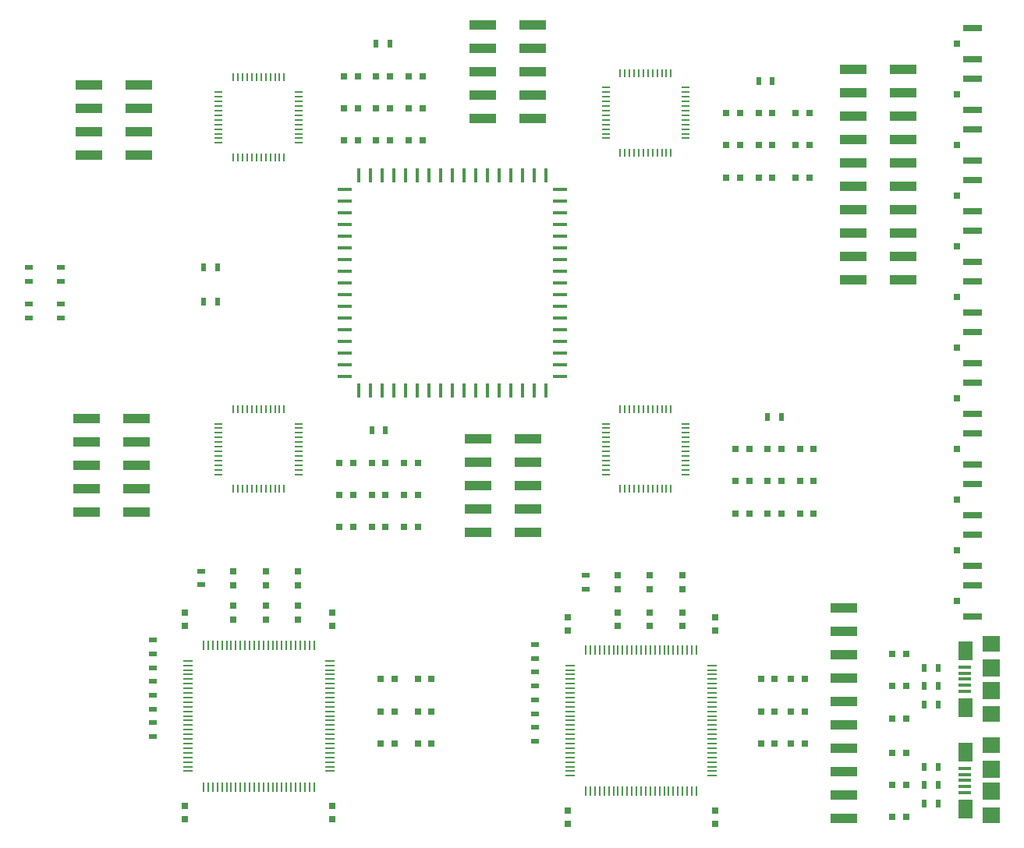
<source format=gbr>
G04 #@! TF.FileFunction,Paste,Top*
%FSLAX46Y46*%
G04 Gerber Fmt 4.6, Leading zero omitted, Abs format (unit mm)*
G04 Created by KiCad (PCBNEW 4.0.5) date Saturday, August 26, 2017 'PMt' 01:35:58 PM*
%MOMM*%
%LPD*%
G01*
G04 APERTURE LIST*
%ADD10C,0.100000*%
%ADD11R,1.510000X0.300000*%
%ADD12R,0.300000X1.510000*%
%ADD13R,0.750000X0.800000*%
%ADD14R,0.800000X0.750000*%
%ADD15R,0.500000X0.900000*%
%ADD16R,0.900000X0.500000*%
%ADD17R,0.884000X0.170000*%
%ADD18R,0.170000X0.884000*%
%ADD19R,0.204000X1.020000*%
%ADD20R,1.020000X0.204000*%
%ADD21R,2.980000X1.070000*%
%ADD22R,1.900000X1.900000*%
%ADD23R,1.900000X1.800000*%
%ADD24R,1.600000X2.100000*%
%ADD25R,1.350000X0.400000*%
%ADD26R,2.100000X0.800000*%
G04 APERTURE END LIST*
D10*
D11*
X188345000Y-89770000D03*
X188345000Y-91040000D03*
X188345000Y-92310000D03*
X188345000Y-93580000D03*
X188345000Y-94850000D03*
X188345000Y-96120000D03*
X188345000Y-97390000D03*
X188345000Y-98660000D03*
X188345000Y-99930000D03*
X188345000Y-101200000D03*
X188345000Y-102470000D03*
X188345000Y-103740000D03*
X188345000Y-105010000D03*
X188345000Y-106280000D03*
X188345000Y-107550000D03*
X188345000Y-108820000D03*
X188345000Y-110090000D03*
D12*
X189865000Y-111610000D03*
D11*
X211705000Y-91040000D03*
X211705000Y-92310000D03*
X211705000Y-93580000D03*
X211705000Y-94850000D03*
X211705000Y-96120000D03*
X211705000Y-97390000D03*
X211705000Y-98660000D03*
X211705000Y-99930000D03*
X211705000Y-101200000D03*
X211705000Y-102470000D03*
X211705000Y-103740000D03*
X211705000Y-105010000D03*
X211705000Y-106280000D03*
X211705000Y-107550000D03*
X211705000Y-108820000D03*
X211705000Y-110090000D03*
D12*
X189865000Y-88250000D03*
X191135000Y-88250000D03*
X192405000Y-88250000D03*
X193675000Y-88250000D03*
X194945000Y-88250000D03*
X196215000Y-88250000D03*
X197485000Y-88250000D03*
X198755000Y-88250000D03*
X200025000Y-88250000D03*
X201295000Y-88250000D03*
X202565000Y-88250000D03*
X203835000Y-88250000D03*
X205105000Y-88250000D03*
X206375000Y-88250000D03*
X207645000Y-88250000D03*
X208915000Y-88250000D03*
X210185000Y-88250000D03*
X191135000Y-111610000D03*
X192405000Y-111610000D03*
X193675000Y-111610000D03*
X194945000Y-111610000D03*
X196215000Y-111610000D03*
X197485000Y-111610000D03*
X198755000Y-111610000D03*
X200025000Y-111610000D03*
X201295000Y-111610000D03*
X202565000Y-111610000D03*
X203835000Y-111610000D03*
X205105000Y-111610000D03*
X206375000Y-111610000D03*
X207645000Y-111610000D03*
X208915000Y-111610000D03*
X210185000Y-111610000D03*
D11*
X211705000Y-89770000D03*
D13*
X171000000Y-135750000D03*
X171000000Y-137250000D03*
X187000000Y-135750000D03*
X187000000Y-137250000D03*
X187000000Y-158250000D03*
X187000000Y-156750000D03*
X171000000Y-158250000D03*
X171000000Y-156750000D03*
X212500000Y-136250000D03*
X212500000Y-137750000D03*
X228500000Y-136250000D03*
X228500000Y-137750000D03*
X228500000Y-158750000D03*
X228500000Y-157250000D03*
X212500000Y-158750000D03*
X212500000Y-157250000D03*
D14*
X233500000Y-150000000D03*
X235000000Y-150000000D03*
X236750000Y-150000000D03*
X238250000Y-150000000D03*
X233500000Y-146500000D03*
X235000000Y-146500000D03*
X236750000Y-146500000D03*
X238250000Y-146500000D03*
X233500000Y-143000000D03*
X235000000Y-143000000D03*
X236750000Y-143000000D03*
X238250000Y-143000000D03*
X247750000Y-151000000D03*
X249250000Y-151000000D03*
X237250000Y-81500000D03*
X238750000Y-81500000D03*
X233250000Y-81500000D03*
X234750000Y-81500000D03*
X229750000Y-81500000D03*
X231250000Y-81500000D03*
X230750000Y-118000000D03*
X232250000Y-118000000D03*
X234250000Y-118000000D03*
X235750000Y-118000000D03*
X237750000Y-118000000D03*
X239250000Y-118000000D03*
X247750000Y-154500000D03*
X249250000Y-154500000D03*
X237250000Y-85000000D03*
X238750000Y-85000000D03*
X233250000Y-85000000D03*
X234750000Y-85000000D03*
X229750000Y-85000000D03*
X231250000Y-85000000D03*
X230750000Y-121500000D03*
X232250000Y-121500000D03*
X234250000Y-121500000D03*
X235750000Y-121500000D03*
X237750000Y-121500000D03*
X239250000Y-121500000D03*
X247750000Y-158000000D03*
X249250000Y-158000000D03*
X237250000Y-88500000D03*
X238750000Y-88500000D03*
X233250000Y-88500000D03*
X234750000Y-88500000D03*
X229750000Y-88500000D03*
X231250000Y-88500000D03*
X230750000Y-125000000D03*
X232250000Y-125000000D03*
X234250000Y-125000000D03*
X235750000Y-125000000D03*
X237750000Y-125000000D03*
X239250000Y-125000000D03*
D13*
X224962000Y-137249000D03*
X224962000Y-135749000D03*
X224962000Y-133249000D03*
X224962000Y-131749000D03*
X221462000Y-137249000D03*
X221462000Y-135749000D03*
X221462000Y-133249000D03*
X221462000Y-131749000D03*
X217962000Y-137249000D03*
X217962000Y-135749000D03*
X217962000Y-133249000D03*
X217962000Y-131749000D03*
D14*
X187750000Y-126500000D03*
X189250000Y-126500000D03*
X194750000Y-126500000D03*
X196250000Y-126500000D03*
X191250000Y-119500000D03*
X192750000Y-119500000D03*
X187750000Y-123000000D03*
X189250000Y-123000000D03*
X194750000Y-123000000D03*
X196250000Y-123000000D03*
X191250000Y-123000000D03*
X192750000Y-123000000D03*
X191750000Y-84500000D03*
X193250000Y-84500000D03*
X195250000Y-84500000D03*
X196750000Y-84500000D03*
X188250000Y-84500000D03*
X189750000Y-84500000D03*
X187750000Y-119500000D03*
X189250000Y-119500000D03*
X194750000Y-119500000D03*
X196250000Y-119500000D03*
X191250000Y-126500000D03*
X192750000Y-126500000D03*
X191750000Y-81000000D03*
X193250000Y-81000000D03*
X195250000Y-81000000D03*
X196750000Y-81000000D03*
X188250000Y-81000000D03*
X189750000Y-81000000D03*
X191750000Y-77500000D03*
X193250000Y-77500000D03*
X195250000Y-77500000D03*
X196750000Y-77500000D03*
X188250000Y-77500000D03*
X189750000Y-77500000D03*
X192250000Y-150000000D03*
X193750000Y-150000000D03*
X196250000Y-150000000D03*
X197750000Y-150000000D03*
X192250000Y-146500000D03*
X193750000Y-146500000D03*
X196250000Y-146500000D03*
X197750000Y-146500000D03*
X192250000Y-143000000D03*
X193750000Y-143000000D03*
X196250000Y-143000000D03*
X197750000Y-143000000D03*
X247750000Y-140250000D03*
X249250000Y-140250000D03*
X247750000Y-143750000D03*
X249250000Y-143750000D03*
X247750000Y-147250000D03*
X249250000Y-147250000D03*
D13*
X183239000Y-136533000D03*
X183239000Y-135033000D03*
X183239000Y-132783000D03*
X183239000Y-131283000D03*
X179739000Y-136533000D03*
X179739000Y-135033000D03*
X179739000Y-132783000D03*
X179739000Y-131283000D03*
X176239000Y-136533000D03*
X176239000Y-135033000D03*
X176239000Y-132783000D03*
X176239000Y-131283000D03*
D15*
X252750000Y-156500000D03*
X251250000Y-156500000D03*
X233250000Y-78000000D03*
X234750000Y-78000000D03*
X234250000Y-114500000D03*
X235750000Y-114500000D03*
D16*
X214462000Y-133250000D03*
X214462000Y-131750000D03*
D15*
X191250000Y-116000000D03*
X192750000Y-116000000D03*
X191750000Y-74000000D03*
X193250000Y-74000000D03*
X252750000Y-145750000D03*
X251250000Y-145750000D03*
D16*
X172739000Y-132750000D03*
X172739000Y-131250000D03*
D15*
X173000000Y-98250000D03*
X174500000Y-98250000D03*
X173000000Y-102000000D03*
X174500000Y-102000000D03*
X251250000Y-152500000D03*
X252750000Y-152500000D03*
X251250000Y-154500000D03*
X252750000Y-154500000D03*
D16*
X209000000Y-148250000D03*
X209000000Y-149750000D03*
X209000000Y-145250000D03*
X209000000Y-146750000D03*
X209000000Y-142250000D03*
X209000000Y-143750000D03*
X209000000Y-139250000D03*
X209000000Y-140750000D03*
D15*
X251250000Y-141750000D03*
X252750000Y-141750000D03*
X251250000Y-143750000D03*
X252750000Y-143750000D03*
D16*
X167500000Y-147750000D03*
X167500000Y-149250000D03*
X167500000Y-144750000D03*
X167500000Y-146250000D03*
X167500000Y-141750000D03*
X167500000Y-143250000D03*
X167500000Y-138750000D03*
X167500000Y-140250000D03*
D17*
X216650000Y-78750000D03*
X216650000Y-79250000D03*
X216650000Y-79750000D03*
X216650000Y-80250000D03*
X216650000Y-80750000D03*
X216650000Y-81250000D03*
X216650000Y-81750000D03*
X216650000Y-82250000D03*
X216650000Y-82750000D03*
X216650000Y-83250000D03*
X216650000Y-83750000D03*
X216650000Y-84250000D03*
D18*
X218250000Y-85850000D03*
X218750000Y-85850000D03*
X219250000Y-85850000D03*
X219750000Y-85850000D03*
X220250000Y-85850000D03*
X220750000Y-85850000D03*
X221250000Y-85850000D03*
X221750000Y-85850000D03*
X222250000Y-85850000D03*
X222750000Y-85850000D03*
X223250000Y-85850000D03*
X223750000Y-85850000D03*
D17*
X225350000Y-84250000D03*
X225350000Y-83750000D03*
X225350000Y-83250000D03*
X225350000Y-82750000D03*
X225350000Y-82250000D03*
X225350000Y-81750000D03*
X225350000Y-81250000D03*
X225350000Y-80750000D03*
X225350000Y-80250000D03*
X225350000Y-79750000D03*
X225350000Y-79250000D03*
X225350000Y-78750000D03*
D18*
X223750000Y-77150000D03*
X223250000Y-77150000D03*
X222750000Y-77150000D03*
X222250000Y-77150000D03*
X221750000Y-77150000D03*
X221250000Y-77150000D03*
X220750000Y-77150000D03*
X220250000Y-77150000D03*
X219750000Y-77150000D03*
X219250000Y-77150000D03*
X218750000Y-77150000D03*
X218250000Y-77150000D03*
X223750000Y-113650000D03*
X223250000Y-113650000D03*
X222750000Y-113650000D03*
X222250000Y-113650000D03*
X221750000Y-113650000D03*
X221250000Y-113650000D03*
X220750000Y-113650000D03*
X220250000Y-113650000D03*
X219750000Y-113650000D03*
X219250000Y-113650000D03*
X218750000Y-113650000D03*
X218250000Y-113650000D03*
D17*
X216650000Y-115250000D03*
X216650000Y-115750000D03*
X216650000Y-116250000D03*
X216650000Y-116750000D03*
X216650000Y-117250000D03*
X216650000Y-117750000D03*
X216650000Y-118250000D03*
X216650000Y-118750000D03*
X216650000Y-119250000D03*
X216650000Y-119750000D03*
X216650000Y-120250000D03*
X216650000Y-120750000D03*
D18*
X218250000Y-122350000D03*
X218750000Y-122350000D03*
X219250000Y-122350000D03*
X219750000Y-122350000D03*
X220250000Y-122350000D03*
X220750000Y-122350000D03*
X221250000Y-122350000D03*
X221750000Y-122350000D03*
X222250000Y-122350000D03*
X222750000Y-122350000D03*
X223250000Y-122350000D03*
X223750000Y-122350000D03*
D17*
X225350000Y-120750000D03*
X225350000Y-120250000D03*
X225350000Y-119750000D03*
X225350000Y-119250000D03*
X225350000Y-118750000D03*
X225350000Y-118250000D03*
X225350000Y-117750000D03*
X225350000Y-117250000D03*
X225350000Y-116750000D03*
X225350000Y-116250000D03*
X225350000Y-115750000D03*
X225350000Y-115250000D03*
D19*
X214500000Y-155200000D03*
X215000000Y-155200000D03*
X215500000Y-155200000D03*
X216000000Y-155200000D03*
X216500000Y-155200000D03*
X217000000Y-155200000D03*
X217500000Y-155200000D03*
X218000000Y-155200000D03*
X218500000Y-155200000D03*
X219000000Y-155200000D03*
X219500000Y-155200000D03*
X220000000Y-155200000D03*
X220500000Y-155200000D03*
X221000000Y-155200000D03*
X221500000Y-155200000D03*
X222000000Y-155200000D03*
X222500000Y-155200000D03*
X223000000Y-155200000D03*
X223500000Y-155200000D03*
X224000000Y-155200000D03*
X224500000Y-155200000D03*
X225000000Y-155200000D03*
X225500000Y-155200000D03*
X226000000Y-155200000D03*
X226500000Y-155200000D03*
D20*
X228200000Y-153500000D03*
X228200000Y-153000000D03*
X228200000Y-152500000D03*
X228200000Y-152000000D03*
X228200000Y-151500000D03*
X228200000Y-151000000D03*
X228200000Y-150500000D03*
X228200000Y-150000000D03*
X228200000Y-149500000D03*
X228200000Y-149000000D03*
X228200000Y-148500000D03*
X228200000Y-148000000D03*
X228200000Y-147500000D03*
X228200000Y-147000000D03*
X228200000Y-146500000D03*
X228200000Y-146000000D03*
X228200000Y-145500000D03*
X228200000Y-145000000D03*
X228200000Y-144500000D03*
X228200000Y-144000000D03*
X228200000Y-143500000D03*
X228200000Y-143000000D03*
X228200000Y-142500000D03*
X228200000Y-142000000D03*
X228200000Y-141500000D03*
D19*
X226500000Y-139800000D03*
X226000000Y-139800000D03*
X225500000Y-139800000D03*
X225000000Y-139800000D03*
X224500000Y-139800000D03*
X224000000Y-139800000D03*
X223500000Y-139800000D03*
X223000000Y-139800000D03*
X222500000Y-139800000D03*
X222000000Y-139800000D03*
X221500000Y-139800000D03*
X221000000Y-139800000D03*
X220500000Y-139800000D03*
X220000000Y-139800000D03*
X219500000Y-139800000D03*
X219000000Y-139800000D03*
X218500000Y-139800000D03*
X218000000Y-139800000D03*
X217500000Y-139800000D03*
X217000000Y-139800000D03*
X216500000Y-139800000D03*
X216000000Y-139800000D03*
X215500000Y-139800000D03*
X215000000Y-139800000D03*
X214500000Y-139800000D03*
D20*
X212800000Y-141500000D03*
X212800000Y-142000000D03*
X212800000Y-142500000D03*
X212800000Y-143000000D03*
X212800000Y-143500000D03*
X212800000Y-144000000D03*
X212800000Y-144500000D03*
X212800000Y-145000000D03*
X212800000Y-145500000D03*
X212800000Y-146000000D03*
X212800000Y-146500000D03*
X212800000Y-147000000D03*
X212800000Y-147500000D03*
X212800000Y-148000000D03*
X212800000Y-148500000D03*
X212800000Y-149000000D03*
X212800000Y-149500000D03*
X212800000Y-150000000D03*
X212800000Y-150500000D03*
X212800000Y-151000000D03*
X212800000Y-151500000D03*
X212800000Y-152000000D03*
X212800000Y-152500000D03*
X212800000Y-153000000D03*
X212800000Y-153500000D03*
D17*
X183350000Y-120750000D03*
X183350000Y-120250000D03*
X183350000Y-119750000D03*
X183350000Y-119250000D03*
X183350000Y-118750000D03*
X183350000Y-118250000D03*
X183350000Y-117750000D03*
X183350000Y-117250000D03*
X183350000Y-116750000D03*
X183350000Y-116250000D03*
X183350000Y-115750000D03*
X183350000Y-115250000D03*
D18*
X181750000Y-113650000D03*
X181250000Y-113650000D03*
X180750000Y-113650000D03*
X180250000Y-113650000D03*
X179750000Y-113650000D03*
X179250000Y-113650000D03*
X178750000Y-113650000D03*
X178250000Y-113650000D03*
X177750000Y-113650000D03*
X177250000Y-113650000D03*
X176750000Y-113650000D03*
X176250000Y-113650000D03*
D17*
X174650000Y-115250000D03*
X174650000Y-115750000D03*
X174650000Y-116250000D03*
X174650000Y-116750000D03*
X174650000Y-117250000D03*
X174650000Y-117750000D03*
X174650000Y-118250000D03*
X174650000Y-118750000D03*
X174650000Y-119250000D03*
X174650000Y-119750000D03*
X174650000Y-120250000D03*
X174650000Y-120750000D03*
D18*
X176250000Y-122350000D03*
X176750000Y-122350000D03*
X177250000Y-122350000D03*
X177750000Y-122350000D03*
X178250000Y-122350000D03*
X178750000Y-122350000D03*
X179250000Y-122350000D03*
X179750000Y-122350000D03*
X180250000Y-122350000D03*
X180750000Y-122350000D03*
X181250000Y-122350000D03*
X181750000Y-122350000D03*
X176250000Y-86350000D03*
X176750000Y-86350000D03*
X177250000Y-86350000D03*
X177750000Y-86350000D03*
X178250000Y-86350000D03*
X178750000Y-86350000D03*
X179250000Y-86350000D03*
X179750000Y-86350000D03*
X180250000Y-86350000D03*
X180750000Y-86350000D03*
X181250000Y-86350000D03*
X181750000Y-86350000D03*
D17*
X183350000Y-84750000D03*
X183350000Y-84250000D03*
X183350000Y-83750000D03*
X183350000Y-83250000D03*
X183350000Y-82750000D03*
X183350000Y-82250000D03*
X183350000Y-81750000D03*
X183350000Y-81250000D03*
X183350000Y-80750000D03*
X183350000Y-80250000D03*
X183350000Y-79750000D03*
X183350000Y-79250000D03*
D18*
X181750000Y-77650000D03*
X181250000Y-77650000D03*
X180750000Y-77650000D03*
X180250000Y-77650000D03*
X179750000Y-77650000D03*
X179250000Y-77650000D03*
X178750000Y-77650000D03*
X178250000Y-77650000D03*
X177750000Y-77650000D03*
X177250000Y-77650000D03*
X176750000Y-77650000D03*
X176250000Y-77650000D03*
D17*
X174650000Y-79250000D03*
X174650000Y-79750000D03*
X174650000Y-80250000D03*
X174650000Y-80750000D03*
X174650000Y-81250000D03*
X174650000Y-81750000D03*
X174650000Y-82250000D03*
X174650000Y-82750000D03*
X174650000Y-83250000D03*
X174650000Y-83750000D03*
X174650000Y-84250000D03*
X174650000Y-84750000D03*
D19*
X173000000Y-154700000D03*
X173500000Y-154700000D03*
X174000000Y-154700000D03*
X174500000Y-154700000D03*
X175000000Y-154700000D03*
X175500000Y-154700000D03*
X176000000Y-154700000D03*
X176500000Y-154700000D03*
X177000000Y-154700000D03*
X177500000Y-154700000D03*
X178000000Y-154700000D03*
X178500000Y-154700000D03*
X179000000Y-154700000D03*
X179500000Y-154700000D03*
X180000000Y-154700000D03*
X180500000Y-154700000D03*
X181000000Y-154700000D03*
X181500000Y-154700000D03*
X182000000Y-154700000D03*
X182500000Y-154700000D03*
X183000000Y-154700000D03*
X183500000Y-154700000D03*
X184000000Y-154700000D03*
X184500000Y-154700000D03*
X185000000Y-154700000D03*
D20*
X186700000Y-153000000D03*
X186700000Y-152500000D03*
X186700000Y-152000000D03*
X186700000Y-151500000D03*
X186700000Y-151000000D03*
X186700000Y-150500000D03*
X186700000Y-150000000D03*
X186700000Y-149500000D03*
X186700000Y-149000000D03*
X186700000Y-148500000D03*
X186700000Y-148000000D03*
X186700000Y-147500000D03*
X186700000Y-147000000D03*
X186700000Y-146500000D03*
X186700000Y-146000000D03*
X186700000Y-145500000D03*
X186700000Y-145000000D03*
X186700000Y-144500000D03*
X186700000Y-144000000D03*
X186700000Y-143500000D03*
X186700000Y-143000000D03*
X186700000Y-142500000D03*
X186700000Y-142000000D03*
X186700000Y-141500000D03*
X186700000Y-141000000D03*
D19*
X185000000Y-139300000D03*
X184500000Y-139300000D03*
X184000000Y-139300000D03*
X183500000Y-139300000D03*
X183000000Y-139300000D03*
X182500000Y-139300000D03*
X182000000Y-139300000D03*
X181500000Y-139300000D03*
X181000000Y-139300000D03*
X180500000Y-139300000D03*
X180000000Y-139300000D03*
X179500000Y-139300000D03*
X179000000Y-139300000D03*
X178500000Y-139300000D03*
X178000000Y-139300000D03*
X177500000Y-139300000D03*
X177000000Y-139300000D03*
X176500000Y-139300000D03*
X176000000Y-139300000D03*
X175500000Y-139300000D03*
X175000000Y-139300000D03*
X174500000Y-139300000D03*
X174000000Y-139300000D03*
X173500000Y-139300000D03*
X173000000Y-139300000D03*
D20*
X171300000Y-141000000D03*
X171300000Y-141500000D03*
X171300000Y-142000000D03*
X171300000Y-142500000D03*
X171300000Y-143000000D03*
X171300000Y-143500000D03*
X171300000Y-144000000D03*
X171300000Y-144500000D03*
X171300000Y-145000000D03*
X171300000Y-145500000D03*
X171300000Y-146000000D03*
X171300000Y-146500000D03*
X171300000Y-147000000D03*
X171300000Y-147500000D03*
X171300000Y-148000000D03*
X171300000Y-148500000D03*
X171300000Y-149000000D03*
X171300000Y-149500000D03*
X171300000Y-150000000D03*
X171300000Y-150500000D03*
X171300000Y-151000000D03*
X171300000Y-151500000D03*
X171300000Y-152000000D03*
X171300000Y-152500000D03*
X171300000Y-153000000D03*
D21*
X243500000Y-99620000D03*
X243500000Y-97080000D03*
X243500000Y-94540000D03*
X243500000Y-92000000D03*
X243500000Y-89460000D03*
X243500000Y-86920000D03*
X243500000Y-84380000D03*
X243500000Y-81840000D03*
X243500000Y-79300000D03*
X243500000Y-76760000D03*
X248960000Y-99620000D03*
X248960000Y-97080000D03*
X248960000Y-94540000D03*
X248960000Y-92000000D03*
X248960000Y-89460000D03*
X248960000Y-86920000D03*
X248960000Y-84380000D03*
X248960000Y-81840000D03*
X248960000Y-79300000D03*
X248960000Y-76760000D03*
X160270000Y-124830000D03*
X160270000Y-122290000D03*
X160270000Y-119750000D03*
X160270000Y-117210000D03*
X160270000Y-114670000D03*
X165730000Y-124830000D03*
X165730000Y-122290000D03*
X165730000Y-119750000D03*
X165730000Y-117210000D03*
X165730000Y-114670000D03*
X208730000Y-71920000D03*
X208730000Y-74460000D03*
X208730000Y-77000000D03*
X208730000Y-79540000D03*
X208730000Y-82080000D03*
X203270000Y-71920000D03*
X203270000Y-74460000D03*
X203270000Y-77000000D03*
X203270000Y-79540000D03*
X203270000Y-82080000D03*
X208230000Y-116880000D03*
X208230000Y-119420000D03*
X208230000Y-121960000D03*
X208230000Y-124500000D03*
X208230000Y-127040000D03*
X202770000Y-116880000D03*
X202770000Y-119420000D03*
X202770000Y-121960000D03*
X202770000Y-124500000D03*
X202770000Y-127040000D03*
X160520000Y-86060000D03*
X160520000Y-83520000D03*
X160520000Y-80980000D03*
X160520000Y-78440000D03*
X165980000Y-86060000D03*
X165980000Y-83520000D03*
X165980000Y-80980000D03*
X165980000Y-78440000D03*
D22*
X258475000Y-152800000D03*
X258475000Y-155200000D03*
D23*
X258475000Y-150200000D03*
X258475000Y-157800000D03*
D24*
X255725000Y-150900000D03*
X255725000Y-157100000D03*
D25*
X255600000Y-152700000D03*
X255600000Y-154000000D03*
X255600000Y-155300000D03*
X255600000Y-153350000D03*
X255600000Y-154650000D03*
D22*
X258475000Y-141800000D03*
X258475000Y-144200000D03*
D23*
X258475000Y-139200000D03*
X258475000Y-146800000D03*
D24*
X255725000Y-139900000D03*
X255725000Y-146100000D03*
D25*
X255600000Y-141700000D03*
X255600000Y-143000000D03*
X255600000Y-144300000D03*
X255600000Y-142350000D03*
X255600000Y-143650000D03*
D21*
X242500000Y-135300000D03*
X242500000Y-137840000D03*
X242500000Y-140380000D03*
X242500000Y-142920000D03*
X242500000Y-145460000D03*
X242500000Y-148000000D03*
X242500000Y-150540000D03*
X242500000Y-153080000D03*
X242500000Y-155620000D03*
X242500000Y-158160000D03*
D26*
X256500000Y-81185000D03*
X256500000Y-77815000D03*
D14*
X254770000Y-79500000D03*
D26*
X256500000Y-86685000D03*
X256500000Y-83315000D03*
D14*
X254770000Y-85000000D03*
D26*
X256500000Y-92185000D03*
X256500000Y-88815000D03*
D14*
X254770000Y-90500000D03*
D26*
X256500000Y-97685000D03*
X256500000Y-94315000D03*
D14*
X254770000Y-96000000D03*
D26*
X256500000Y-103185000D03*
X256500000Y-99815000D03*
D14*
X254770000Y-101500000D03*
D26*
X256500000Y-108685000D03*
X256500000Y-105315000D03*
D14*
X254770000Y-107000000D03*
D26*
X256500000Y-114185000D03*
X256500000Y-110815000D03*
D14*
X254770000Y-112500000D03*
D26*
X256500000Y-119685000D03*
X256500000Y-116315000D03*
D14*
X254770000Y-118000000D03*
D26*
X256500000Y-125185000D03*
X256500000Y-121815000D03*
D14*
X254770000Y-123500000D03*
D26*
X256500000Y-130685000D03*
X256500000Y-127315000D03*
D14*
X254770000Y-129000000D03*
D26*
X256500000Y-136185000D03*
X256500000Y-132815000D03*
D14*
X254770000Y-134500000D03*
D26*
X256500000Y-75685000D03*
X256500000Y-72315000D03*
D14*
X254770000Y-74000000D03*
D16*
X157500000Y-103750000D03*
X157500000Y-102250000D03*
X157500000Y-99750000D03*
X157500000Y-98250000D03*
X154000000Y-103750000D03*
X154000000Y-102250000D03*
X154000000Y-99750000D03*
X154000000Y-98250000D03*
M02*

</source>
